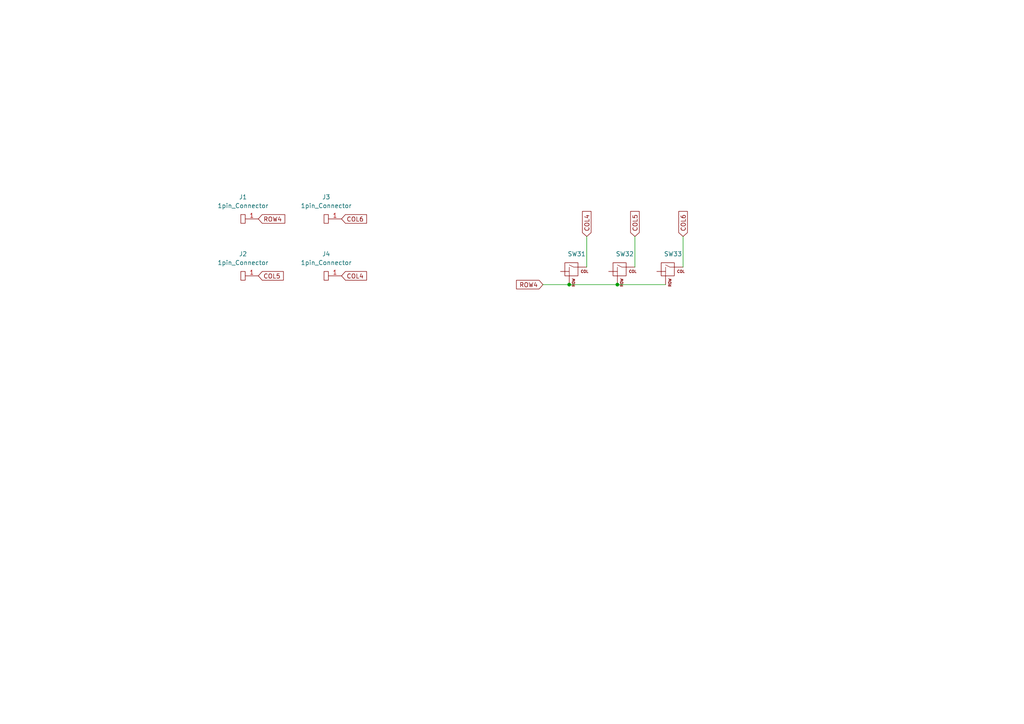
<source format=kicad_sch>
(kicad_sch (version 20230121) (generator eeschema)
  (paper "A4")
  (lib_symbols
    (symbol "horangi:1pin_Connector"
      (property "Reference" "J" (at 0 3.81 0))
      (property "Value" "1pin_Connector" (at 1.27 6.35 0))
      (symbol "1pin_Connector_0_1"
        (rectangle (start -3.81 1.27) (end -2.54 -1.27))
      )
      (symbol "1pin_Connector_1_1"
        (pin passive line (at 1.27 0 180) (length 3.81) (name "") (number "1"))
      )
    )
    (symbol "horangi:Switch"
      (property "Reference" "SW" (at 0 3.81 0))
      (symbol "Switch_0_0"
        (rectangle (start -2.54 2.54) (end 1.27 -1.27))
        (polyline (pts (xy -1.27 -1.27) (xy -1.27 1.27)) (stroke (width 0.127)))
        (polyline (pts (xy 1.27 1.27) (xy 0 1.27) (xy -1.27 1.905)) (stroke (width 0.127)))
        (text "COL" (at 3.175 0 0) (effects (font (size 0.762 0.762))))
        (text "ROW" (at 0 -1.905 900) (effects (font (size 0.762 0.762)) (justify right)))
      )
      (symbol "Switch_1_1"
        (pin passive line (at 3.81 1.27 180) (length 2.54) (name "COL") (number "1"))
        (pin passive line (at -1.27 -3.81 90) (length 2.54) (name "ROW") (number "2"))
        (pin passive line (at -3.81 0 0) (length 2.54) (name "") (number "3"))
      )
    )
  )
  (junction (at 179.07 82.55))
  (junction (at 165.1 82.55))
  (wire (pts (xy 198.12 77.47) (xy 198.12 68.58)))
  (wire (pts (xy 170.18 68.58) (xy 170.18 77.47)))
  (wire (pts (xy 179.07 82.55) (xy 193.04 82.55)))
  (wire (pts (xy 179.07 82.55) (xy 165.1 82.55)))
  (wire (pts (xy 184.15 68.58) (xy 184.15 77.47)))
  (wire (pts (xy 157.48 82.55) (xy 165.1 82.55)))
  (global_label "COL5" (shape input) (at 184.15 68.58 90) (property "Intersheetrefs" "${INTERSHEET_REFS}" (effects hide)))
  (global_label "COL4" (shape input) (at 99.06 80.01 0) (property "Intersheetrefs" "${INTERSHEET_REFS}" (effects hide)))
  (global_label "ROW4" (shape input) (at 74.93 63.5 0) (property "Intersheetrefs" "${INTERSHEET_REFS}" (effects hide)))
  (global_label "ROW4" (shape input) (at 157.48 82.55 180) (property "Intersheetrefs" "${INTERSHEET_REFS}" (effects hide)))
  (global_label "COL4" (shape input) (at 170.18 68.58 90) (property "Intersheetrefs" "${INTERSHEET_REFS}" (effects hide)))
  (global_label "COL5" (shape input) (at 74.93 80.01 0) (property "Intersheetrefs" "${INTERSHEET_REFS}" (effects hide)))
  (global_label "COL6" (shape input) (at 198.12 68.58 90) (property "Intersheetrefs" "${INTERSHEET_REFS}" (effects hide)))
  (global_label "COL6" (shape input) (at 99.06 63.5 0) (property "Intersheetrefs" "${INTERSHEET_REFS}" (effects hide)))
  (symbol (lib_id "horangi:1pin_Connector") (at 73.66 80.01 0) (unit 1)
    (property "Reference" "J2" (at 70.485 73.66 0))
    (property "Value" "1pin_Connector" (at 70.485 76.2 0))
    (property "Footprint" "footprints:1pin_connector" (effects hide))
  )
  (symbol (lib_id "horangi:Switch") (at 166.37 78.74 0) (unit 1)
    (property "Reference" "SW31" (at 167.2556 73.66 0))
    (property "Value" "Switch" (effects hide))
    (property "Footprint" "footprints:ks33-hotswap-diode-smd_1u" (effects hide))
  )
  (symbol (lib_id "horangi:Switch") (at 180.34 78.74 0) (unit 1)
    (property "Reference" "SW32" (at 181.2256 73.66 0))
    (property "Value" "Switch" (effects hide))
    (property "Footprint" "footprints:ks33-hotswap-diode-smd_1u" (effects hide))
  )
  (symbol (lib_id "horangi:Switch") (at 194.31 78.74 0) (unit 1)
    (property "Reference" "SW33" (at 195.1956 73.66 0))
    (property "Value" "Switch" (effects hide))
    (property "Footprint" "footprints:ks33-hotswap-diode-smd_1u" (effects hide))
  )
  (symbol (lib_id "horangi:1pin_Connector") (at 97.79 80.01 0) (unit 1)
    (property "Reference" "J4" (at 94.615 73.66 0))
    (property "Value" "1pin_Connector" (at 94.615 76.2 0))
    (property "Footprint" "footprints:1pin_connector" (effects hide))
  )
  (symbol (lib_id "horangi:1pin_Connector") (at 97.79 63.5 0) (unit 1)
    (property "Reference" "J3" (at 94.615 57.15 0))
    (property "Value" "1pin_Connector" (at 94.615 59.69 0))
    (property "Footprint" "footprints:1pin_connector" (effects hide))
  )
  (symbol (lib_id "horangi:1pin_Connector") (at 73.66 63.5 0) (unit 1)
    (property "Reference" "J1" (at 70.485 57.15 0))
    (property "Value" "1pin_Connector" (at 70.485 59.69 0))
    (property "Footprint" "footprints:1pin_connector" (effects hide))
  )
)
</source>
